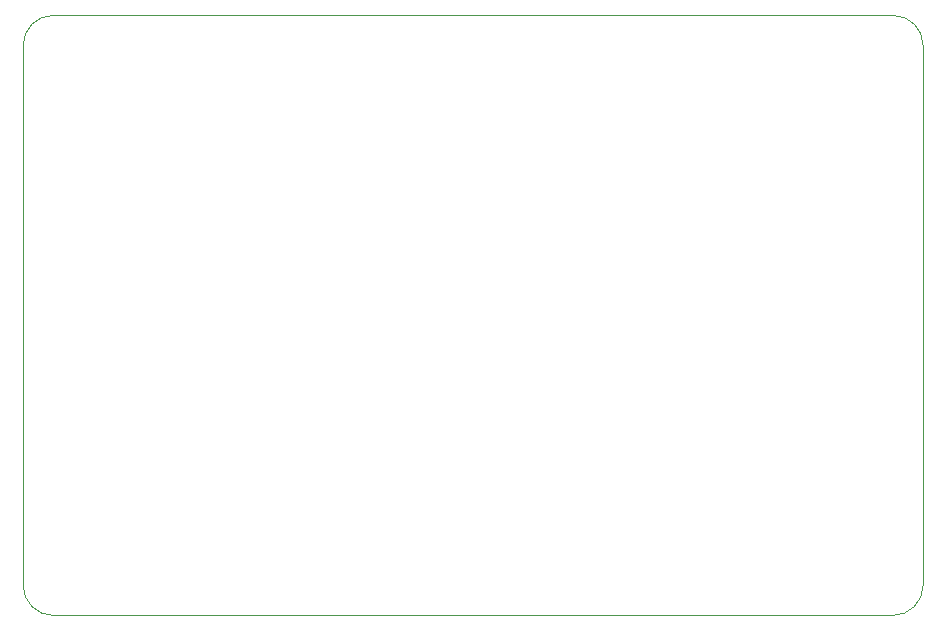
<source format=gm1>
G04 #@! TF.FileFunction,Profile,NP*
%FSLAX46Y46*%
G04 Gerber Fmt 4.6, Leading zero omitted, Abs format (unit mm)*
G04 Created by KiCad (PCBNEW 4.0.6) date 03/27/19 07:52:48*
%MOMM*%
%LPD*%
G01*
G04 APERTURE LIST*
%ADD10C,0.100000*%
G04 APERTURE END LIST*
D10*
X125349000Y-58928000D02*
X196469000Y-58928000D01*
X122809000Y-107188000D02*
X122809000Y-61468000D01*
X196469000Y-109728000D02*
X125349000Y-109728000D01*
X199009000Y-61468000D02*
X199009000Y-107188000D01*
X196469000Y-109728000D02*
G75*
G03X199009000Y-107188000I0J2540000D01*
G01*
X199009000Y-61468000D02*
G75*
G03X196469000Y-58928000I-2540000J0D01*
G01*
X122809000Y-107188000D02*
G75*
G03X125349000Y-109728000I2540000J0D01*
G01*
X125349000Y-58928000D02*
G75*
G03X122809000Y-61468000I0J-2540000D01*
G01*
M02*

</source>
